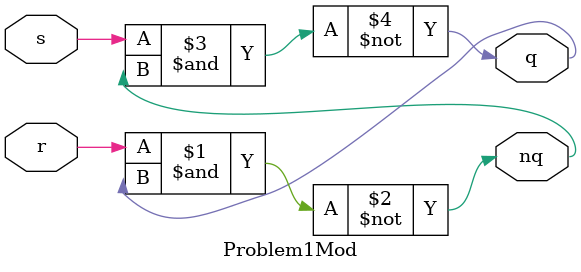
<source format=v>
`timescale 1ns / 1ps

module Problem1Mod(
    input s,
    input r,
    output q,
    output nq
    );

    assign #1 nq=~(r&q);
    assign #1 q=~(s&nq);
    
endmodule

</source>
